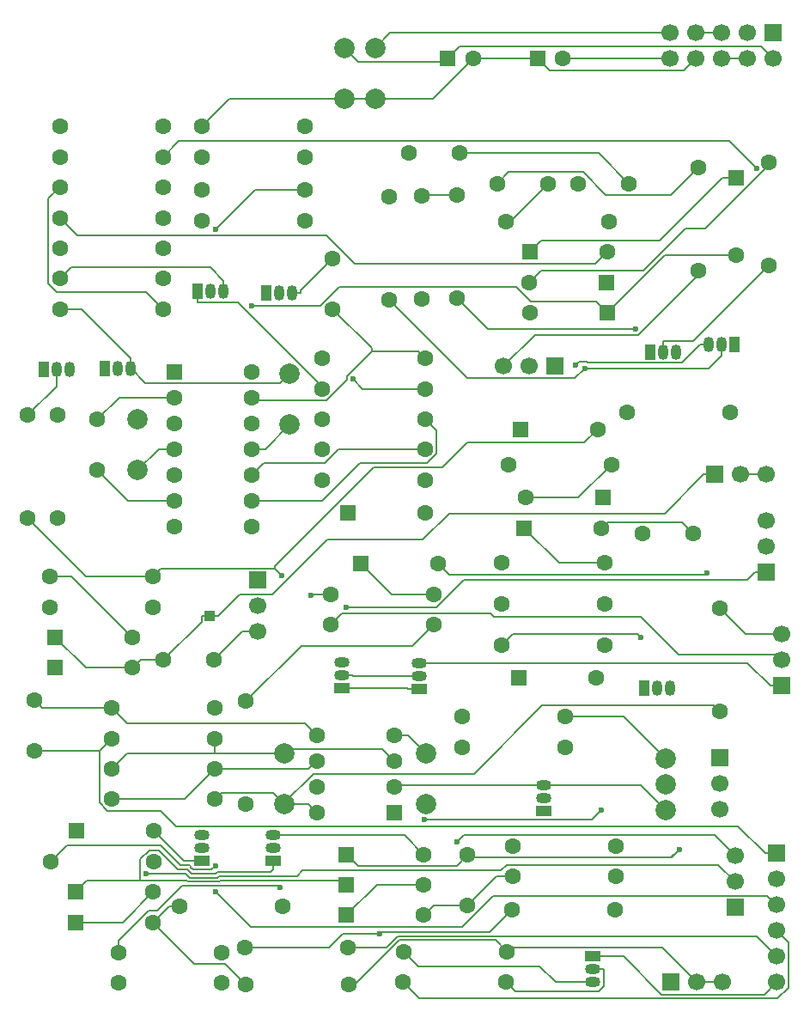
<source format=gbr>
%TF.GenerationSoftware,KiCad,Pcbnew,9.0.5*%
%TF.CreationDate,2025-10-12T14:47:24+02:00*%
%TF.ProjectId,11_fm_drum,31315f66-6d5f-4647-9275-6d2e6b696361,rev?*%
%TF.SameCoordinates,Original*%
%TF.FileFunction,Copper,L2,Bot*%
%TF.FilePolarity,Positive*%
%FSLAX46Y46*%
G04 Gerber Fmt 4.6, Leading zero omitted, Abs format (unit mm)*
G04 Created by KiCad (PCBNEW 9.0.5) date 2025-10-12 14:47:24*
%MOMM*%
%LPD*%
G01*
G04 APERTURE LIST*
G04 Aperture macros list*
%AMRoundRect*
0 Rectangle with rounded corners*
0 $1 Rounding radius*
0 $2 $3 $4 $5 $6 $7 $8 $9 X,Y pos of 4 corners*
0 Add a 4 corners polygon primitive as box body*
4,1,4,$2,$3,$4,$5,$6,$7,$8,$9,$2,$3,0*
0 Add four circle primitives for the rounded corners*
1,1,$1+$1,$2,$3*
1,1,$1+$1,$4,$5*
1,1,$1+$1,$6,$7*
1,1,$1+$1,$8,$9*
0 Add four rect primitives between the rounded corners*
20,1,$1+$1,$2,$3,$4,$5,0*
20,1,$1+$1,$4,$5,$6,$7,0*
20,1,$1+$1,$6,$7,$8,$9,0*
20,1,$1+$1,$8,$9,$2,$3,0*%
G04 Aperture macros list end*
%TA.AperFunction,ComponentPad*%
%ADD10C,1.600000*%
%TD*%
%TA.AperFunction,ComponentPad*%
%ADD11O,1.500000X1.050000*%
%TD*%
%TA.AperFunction,ComponentPad*%
%ADD12R,1.500000X1.050000*%
%TD*%
%TA.AperFunction,ComponentPad*%
%ADD13RoundRect,0.250000X-0.550000X-0.550000X0.550000X-0.550000X0.550000X0.550000X-0.550000X0.550000X0*%
%TD*%
%TA.AperFunction,ComponentPad*%
%ADD14C,1.700000*%
%TD*%
%TA.AperFunction,ComponentPad*%
%ADD15R,1.700000X1.700000*%
%TD*%
%TA.AperFunction,ComponentPad*%
%ADD16O,1.050000X1.500000*%
%TD*%
%TA.AperFunction,ComponentPad*%
%ADD17R,1.050000X1.500000*%
%TD*%
%TA.AperFunction,ComponentPad*%
%ADD18C,2.000000*%
%TD*%
%TA.AperFunction,ComponentPad*%
%ADD19RoundRect,0.250000X0.550000X0.550000X-0.550000X0.550000X-0.550000X-0.550000X0.550000X-0.550000X0*%
%TD*%
%TA.AperFunction,ComponentPad*%
%ADD20RoundRect,0.250000X-0.550000X0.550000X-0.550000X-0.550000X0.550000X-0.550000X0.550000X0.550000X0*%
%TD*%
%TA.AperFunction,SMDPad,CuDef*%
%ADD21R,1.000000X1.000000*%
%TD*%
%TA.AperFunction,ViaPad*%
%ADD22C,0.600000*%
%TD*%
%TA.AperFunction,Conductor*%
%ADD23C,0.200000*%
%TD*%
G04 APERTURE END LIST*
D10*
%TO.P,C14,1*%
%TO.N,Net-(Q9-B)*%
X177040000Y-38360000D03*
%TO.P,C14,2*%
%TO.N,Net-(C12-Pad1)*%
X182040000Y-38360000D03*
%TD*%
%TO.P,C12,1*%
%TO.N,Net-(C12-Pad1)*%
X165350000Y-35360000D03*
%TO.P,C12,2*%
%TO.N,Net-(Q7-C)*%
X160350000Y-35360000D03*
%TD*%
D11*
%TO.P,Q1,3,E*%
%TO.N,Net-(Q1-E)*%
X139918000Y-102616000D03*
%TO.P,Q1,2,B*%
%TO.N,Net-(D3-A)*%
X139918000Y-103886000D03*
D12*
%TO.P,Q1,1,C*%
%TO.N,GND*%
X139918000Y-105156000D03*
%TD*%
D10*
%TO.P,C2,2*%
%TO.N,GND*%
X166678600Y-26000000D03*
D13*
%TO.P,C2,1*%
%TO.N,+12V*%
X164178600Y-26000000D03*
%TD*%
D10*
%TO.P,R29,2*%
%TO.N,Net-(U2B-+)*%
X136080000Y-47750000D03*
%TO.P,R29,1*%
%TO.N,GND*%
X125920000Y-47750000D03*
%TD*%
%TO.P,C1,1*%
%TO.N,gate in*%
X123412000Y-94290000D03*
%TO.P,C1,2*%
%TO.N,Net-(D2-K)*%
X123412000Y-89290000D03*
%TD*%
%TO.P,R21,2*%
%TO.N,Net-(Q7-B)*%
X195800000Y-46445000D03*
%TO.P,R21,1*%
%TO.N,Net-(D13-A)*%
X195800000Y-36285000D03*
%TD*%
%TO.P,R41,2*%
%TO.N,Net-(U2C-+)*%
X161925000Y-67595000D03*
%TO.P,R41,1*%
%TO.N,GND*%
X151765000Y-67595000D03*
%TD*%
D14*
%TO.P,RV1,3,3*%
%TO.N,GND*%
X191008000Y-100076000D03*
%TO.P,RV1,2,2*%
%TO.N,Net-(D7-A)*%
X191008000Y-97536000D03*
D15*
%TO.P,RV1,1,1*%
%TO.N,tune cv*%
X191008000Y-94996000D03*
%TD*%
D11*
%TO.P,Q13,3,E*%
%TO.N,Net-(Q13-E)*%
X178456000Y-117094000D03*
%TO.P,Q13,2,B*%
%TO.N,Net-(D17-A)*%
X178456000Y-115824000D03*
D12*
%TO.P,Q13,1,C*%
%TO.N,GND*%
X178456000Y-114554000D03*
%TD*%
D13*
%TO.P,D1,1,K*%
%TO.N,Net-(D1-K)*%
X125476000Y-83106000D03*
D10*
%TO.P,D1,2,A*%
%TO.N,Net-(D1-A)*%
X133096000Y-83106000D03*
%TD*%
%TO.P,R33,2*%
%TO.N,tune 2*%
X144272000Y-89408000D03*
%TO.P,R33,1*%
%TO.N,Net-(SW1-B)*%
X144272000Y-99568000D03*
%TD*%
%TO.P,R50,2*%
%TO.N,square 2*%
X139920000Y-35750000D03*
%TO.P,R50,1*%
%TO.N,Net-(U2D-+)*%
X150080000Y-35750000D03*
%TD*%
D16*
%TO.P,Q6,3,E*%
%TO.N,GND*%
X132875000Y-56610000D03*
%TO.P,Q6,2,B*%
%TO.N,Net-(Q6-B)*%
X131605000Y-56610000D03*
D17*
%TO.P,Q6,1,C*%
%TO.N,Net-(Q6-C)*%
X130335000Y-56610000D03*
%TD*%
D14*
%TO.P,RV7,3,3*%
%TO.N,Net-(R49-Pad2)*%
X191262000Y-117094000D03*
%TO.P,RV7,2,2*%
X188722000Y-117094000D03*
D15*
%TO.P,RV7,1,1*%
%TO.N,Net-(D16-K)*%
X186182000Y-117094000D03*
%TD*%
D10*
%TO.P,D4,2,A*%
%TO.N,GND*%
X135122000Y-111188000D03*
D13*
%TO.P,D4,1,K*%
%TO.N,Net-(D3-A)*%
X127502000Y-111188000D03*
%TD*%
D10*
%TO.P,C17,2*%
%TO.N,Net-(Q11-E)*%
X152830000Y-45750000D03*
%TO.P,C17,1*%
%TO.N,triangle 2*%
X152830000Y-50750000D03*
%TD*%
%TO.P,R6,2*%
%TO.N,Net-(D3-A)*%
X135202000Y-105188000D03*
%TO.P,R6,1*%
%TO.N,accent cv*%
X125042000Y-105188000D03*
%TD*%
D16*
%TO.P,Q11,3,E*%
%TO.N,Net-(Q11-E)*%
X148850000Y-49110000D03*
%TO.P,Q11,2,B*%
%TO.N,Net-(Q11-B)*%
X147580000Y-49110000D03*
D17*
%TO.P,Q11,1,C*%
%TO.N,Net-(Q11-C)*%
X146310000Y-49110000D03*
%TD*%
D18*
%TO.P,C8,2*%
%TO.N,-12V*%
X148595000Y-62095000D03*
%TO.P,C8,1*%
%TO.N,GND*%
X148595000Y-57095000D03*
%TD*%
D10*
%TO.P,R10,2*%
%TO.N,Net-(Q2-B)*%
X131726000Y-114140000D03*
%TO.P,R10,1*%
%TO.N,Net-(Q1-E)*%
X141886000Y-114140000D03*
%TD*%
%TO.P,C4,2*%
%TO.N,GND*%
X141149200Y-85321000D03*
%TO.P,C4,1*%
%TO.N,Net-(D1-K)*%
X136149200Y-85321000D03*
%TD*%
%TO.P,R7,2*%
%TO.N,Net-(R7-Pad2)*%
X192024000Y-60960000D03*
%TO.P,R7,1*%
%TO.N,GND*%
X181864000Y-60960000D03*
%TD*%
%TO.P,R44,2*%
%TO.N,square 2*%
X139920000Y-39000000D03*
%TO.P,R44,1*%
%TO.N,Net-(Q10-B)*%
X150080000Y-39000000D03*
%TD*%
D18*
%TO.P,C10,2*%
%TO.N,-12V*%
X162052000Y-94528000D03*
%TO.P,C10,1*%
%TO.N,GND*%
X162052000Y-99528000D03*
%TD*%
D10*
%TO.P,R22,2*%
%TO.N,Net-(Q8-E)*%
X125920000Y-32750000D03*
%TO.P,R22,1*%
%TO.N,Net-(Q6-C)*%
X136080000Y-32750000D03*
%TD*%
%TO.P,R37,2*%
%TO.N,Net-(Q12-C)*%
X180768000Y-103662000D03*
%TO.P,R37,1*%
%TO.N,Net-(SW2-B)*%
X170608000Y-103662000D03*
%TD*%
%TO.P,R3,1*%
%TO.N,trigger*%
X135096000Y-77106000D03*
%TO.P,R3,2*%
%TO.N,Net-(D1-A)*%
X124936000Y-77106000D03*
%TD*%
%TO.P,C11,2*%
%TO.N,GND*%
X188355000Y-72860000D03*
%TO.P,C11,1*%
%TO.N,Net-(D6-K)*%
X183355000Y-72860000D03*
%TD*%
%TO.P,R18,2*%
%TO.N,tune 2*%
X162765000Y-81840000D03*
%TO.P,R18,1*%
%TO.N,Net-(R18-Pad1)*%
X152605000Y-81840000D03*
%TD*%
%TO.P,C15,2*%
%TO.N,Net-(Q9-E)*%
X174040000Y-38360000D03*
%TO.P,C15,1*%
%TO.N,Net-(C15-Pad1)*%
X169040000Y-38360000D03*
%TD*%
%TO.P,R42,2*%
%TO.N,Net-(Q12-B)*%
X175768000Y-93932000D03*
%TO.P,R42,1*%
%TO.N,Net-(D16-K)*%
X165608000Y-93932000D03*
%TD*%
%TO.P,R34,2*%
%TO.N,pulse*%
X188850000Y-46940000D03*
%TO.P,R34,1*%
%TO.N,Net-(C15-Pad1)*%
X188850000Y-36780000D03*
%TD*%
%TO.P,R39,2*%
%TO.N,Net-(Q11-B)*%
X150080000Y-42000000D03*
%TO.P,R39,1*%
%TO.N,trigger*%
X139920000Y-42000000D03*
%TD*%
%TO.P,R43,2*%
%TO.N,Net-(D17-A)*%
X169926000Y-117094000D03*
%TO.P,R43,1*%
%TO.N,decay cv*%
X159766000Y-117094000D03*
%TD*%
%TO.P,C3,2*%
%TO.N,-12V*%
X175500000Y-26000000D03*
D13*
%TO.P,C3,1*%
%TO.N,GND*%
X173000000Y-26000000D03*
%TD*%
D10*
%TO.P,D2,2,A*%
%TO.N,GND*%
X135202000Y-102188000D03*
D13*
%TO.P,D2,1,K*%
%TO.N,Net-(D2-K)*%
X127582000Y-102188000D03*
%TD*%
D10*
%TO.P,D7,2,A*%
%TO.N,Net-(D7-A)*%
X163225000Y-75840000D03*
D13*
%TO.P,D7,1,K*%
%TO.N,Net-(D7-K)*%
X155605000Y-75840000D03*
%TD*%
D10*
%TO.P,R4,2*%
%TO.N,Net-(D2-K)*%
X131064000Y-90060000D03*
%TO.P,R4,1*%
%TO.N,GND*%
X141224000Y-90060000D03*
%TD*%
%TO.P,R13,2*%
%TO.N,Net-(Q4-C)*%
X179605000Y-79810000D03*
%TO.P,R13,1*%
%TO.N,triangle 2*%
X169445000Y-79810000D03*
%TD*%
%TO.P,R31,2*%
%TO.N,Net-(Q9-E)*%
X161600000Y-49770000D03*
%TO.P,R31,1*%
%TO.N,-12V*%
X161600000Y-39610000D03*
%TD*%
%TO.P,R52,2*%
%TO.N,out*%
X154352000Y-113696000D03*
%TO.P,R52,1*%
%TO.N,Net-(R48-Pad2)*%
X144192000Y-113696000D03*
%TD*%
D14*
%TO.P,SW2,3,C*%
%TO.N,pulse*%
X169672000Y-56388000D03*
%TO.P,SW2,2,B*%
%TO.N,Net-(SW2-B)*%
X172212000Y-56388000D03*
D15*
%TO.P,SW2,1,A*%
%TO.N,sine*%
X174752000Y-56388000D03*
%TD*%
D10*
%TO.P,D3,2,A*%
%TO.N,Net-(D3-A)*%
X135122000Y-108188000D03*
D13*
%TO.P,D3,1,K*%
%TO.N,+12V*%
X127502000Y-108188000D03*
%TD*%
D10*
%TO.P,R11,2*%
%TO.N,accented trigger*%
X147902000Y-109616000D03*
%TO.P,R11,1*%
%TO.N,GND*%
X137742000Y-109616000D03*
%TD*%
D18*
%TO.P,C9,2*%
%TO.N,GND*%
X148052000Y-94528000D03*
%TO.P,C9,1*%
%TO.N,+12V*%
X148052000Y-99528000D03*
%TD*%
D10*
%TO.P,R28,2*%
%TO.N,Net-(C12-Pad1)*%
X180040000Y-42110000D03*
%TO.P,R28,1*%
%TO.N,Net-(Q9-E)*%
X169880000Y-42110000D03*
%TD*%
%TO.P,R9,1*%
%TO.N,Net-(D5-K)*%
X135096000Y-80106000D03*
%TO.P,R9,2*%
%TO.N,Net-(R9-Pad2)*%
X124936000Y-80106000D03*
%TD*%
D11*
%TO.P,Q12,3,E*%
%TO.N,Net-(Q12-E)*%
X173608000Y-97662000D03*
%TO.P,Q12,2,B*%
%TO.N,Net-(Q12-B)*%
X173608000Y-98932000D03*
D12*
%TO.P,Q12,1,C*%
%TO.N,Net-(Q12-C)*%
X173608000Y-100202000D03*
%TD*%
D10*
%TO.P,D15,2,A*%
%TO.N,tune 2*%
X161905000Y-70845000D03*
D13*
%TO.P,D15,1,K*%
%TO.N,Net-(D15-K)*%
X154285000Y-70845000D03*
%TD*%
D16*
%TO.P,Q7,3,E*%
%TO.N,Net-(D11-K)*%
X186690000Y-54970000D03*
%TO.P,Q7,2,B*%
%TO.N,Net-(Q7-B)*%
X185420000Y-54970000D03*
D17*
%TO.P,Q7,1,C*%
%TO.N,Net-(Q7-C)*%
X184150000Y-54970000D03*
%TD*%
D10*
%TO.P,R5,2*%
%TO.N,+12V*%
X141224000Y-99060000D03*
%TO.P,R5,1*%
%TO.N,Net-(U1B--)*%
X131064000Y-99060000D03*
%TD*%
%TO.P,D6,2,A*%
%TO.N,accented trigger*%
X178775000Y-87060000D03*
D13*
%TO.P,D6,1,K*%
%TO.N,Net-(D6-K)*%
X171155000Y-87060000D03*
%TD*%
D10*
%TO.P,R49,2*%
%TO.N,Net-(R49-Pad2)*%
X170006000Y-114094000D03*
%TO.P,R49,1*%
%TO.N,Net-(Q13-E)*%
X159846000Y-114094000D03*
%TD*%
%TO.P,D16,2,A*%
%TO.N,accented trigger*%
X161801000Y-104486000D03*
D13*
%TO.P,D16,1,K*%
%TO.N,Net-(D16-K)*%
X154181000Y-104486000D03*
%TD*%
D10*
%TO.P,R48,2*%
%TO.N,Net-(R48-Pad2)*%
X170528000Y-109932000D03*
%TO.P,R48,1*%
%TO.N,Net-(Q12-E)*%
X180688000Y-109932000D03*
%TD*%
%TO.P,R32,2*%
%TO.N,square 1*%
X125920000Y-44750000D03*
%TO.P,R32,1*%
%TO.N,Net-(U2B-+)*%
X136080000Y-44750000D03*
%TD*%
%TO.P,R30,2*%
%TO.N,Net-(Q9-B)*%
X158350000Y-49860000D03*
%TO.P,R30,1*%
%TO.N,GND*%
X158350000Y-39700000D03*
%TD*%
%TO.P,D10,2,A*%
%TO.N,GND*%
X179335000Y-72310000D03*
D13*
%TO.P,D10,1,K*%
%TO.N,sine*%
X171715000Y-72310000D03*
%TD*%
D10*
%TO.P,R2,2*%
%TO.N,Net-(U1B--)*%
X141224000Y-96060000D03*
%TO.P,R2,1*%
%TO.N,GND*%
X131064000Y-96060000D03*
%TD*%
%TO.P,D18,2,A*%
%TO.N,GND*%
X161801000Y-110486000D03*
D13*
%TO.P,D18,1,K*%
%TO.N,Net-(D17-A)*%
X154181000Y-110486000D03*
%TD*%
D10*
%TO.P,R17,2*%
%TO.N,Net-(R17-Pad2)*%
X191008000Y-80264000D03*
%TO.P,R17,1*%
%TO.N,+12V*%
X191008000Y-90424000D03*
%TD*%
%TO.P,R35,2*%
%TO.N,Net-(Q11-E)*%
X161925000Y-61595000D03*
%TO.P,R35,1*%
%TO.N,Net-(D15-K)*%
X151765000Y-61595000D03*
%TD*%
%TO.P,D9,2,A*%
%TO.N,sine*%
X171835000Y-69310000D03*
D19*
%TO.P,D9,1,K*%
%TO.N,GND*%
X179455000Y-69310000D03*
%TD*%
D14*
%TO.P,RV2,3,3*%
%TO.N,tune 2*%
X192532000Y-104648000D03*
%TO.P,RV2,2,2*%
%TO.N,Net-(R9-Pad2)*%
X192532000Y-107188000D03*
D15*
%TO.P,RV2,1,1*%
X192532000Y-109728000D03*
%TD*%
D13*
%TO.P,D5,1,K*%
%TO.N,Net-(D5-K)*%
X125476000Y-86106000D03*
D10*
%TO.P,D5,2,A*%
%TO.N,Net-(D1-K)*%
X133096000Y-86106000D03*
%TD*%
D11*
%TO.P,Q5,3,E*%
%TO.N,Net-(Q5-E)*%
X161335000Y-85640000D03*
%TO.P,Q5,2,B*%
%TO.N,Net-(D7-K)*%
X161335000Y-86910000D03*
D12*
%TO.P,Q5,1,C*%
%TO.N,GND*%
X161335000Y-88180000D03*
%TD*%
D10*
%TO.P,R1,2*%
%TO.N,gate in*%
X131064000Y-93060000D03*
%TO.P,R1,1*%
%TO.N,GND*%
X141224000Y-93060000D03*
%TD*%
D11*
%TO.P,Q2,3,E*%
%TO.N,accented trigger*%
X146918000Y-102616000D03*
%TO.P,Q2,2,B*%
%TO.N,Net-(Q2-B)*%
X146918000Y-103886000D03*
D12*
%TO.P,Q2,1,C*%
%TO.N,+12V*%
X146918000Y-105156000D03*
%TD*%
D16*
%TO.P,Q9,3,E*%
%TO.N,Net-(Q9-E)*%
X189865000Y-54250000D03*
%TO.P,Q9,2,B*%
%TO.N,Net-(Q9-B)*%
X191135000Y-54250000D03*
D17*
%TO.P,Q9,1,C*%
%TO.N,+12V*%
X192405000Y-54250000D03*
%TD*%
D10*
%TO.P,R47,2*%
%TO.N,Net-(U2D-+)*%
X150080000Y-32750000D03*
%TO.P,R47,1*%
%TO.N,GND*%
X139920000Y-32750000D03*
%TD*%
%TO.P,R23,2*%
%TO.N,Net-(Q8-B)*%
X122730000Y-61214000D03*
%TO.P,R23,1*%
%TO.N,trigger*%
X122730000Y-71374000D03*
%TD*%
%TO.P,R8,2*%
%TO.N,Net-(Q2-B)*%
X131726000Y-117140000D03*
%TO.P,R8,1*%
%TO.N,trigger*%
X141886000Y-117140000D03*
%TD*%
D14*
%TO.P,RV3,3,3*%
%TO.N,Net-(R7-Pad2)*%
X195580000Y-67056000D03*
%TO.P,RV3,2,2*%
X193040000Y-67056000D03*
D15*
%TO.P,RV3,1,1*%
%TO.N,Net-(D1-K)*%
X190500000Y-67056000D03*
%TD*%
D14*
%TO.P,RV4,3,3*%
%TO.N,+12V*%
X195580000Y-71628000D03*
%TO.P,RV4,2,2*%
%TO.N,tune 1*%
X195580000Y-74168000D03*
D15*
%TO.P,RV4,1,1*%
%TO.N,Net-(Q3-E)*%
X195580000Y-76708000D03*
%TD*%
D10*
%TO.P,C13,2*%
%TO.N,Net-(Q8-E)*%
X129605000Y-61610000D03*
%TO.P,C13,1*%
%TO.N,Net-(SW1-A)*%
X129605000Y-66610000D03*
%TD*%
%TO.P,R20,2*%
%TO.N,Net-(U2A-+)*%
X125920000Y-38750000D03*
%TO.P,R20,1*%
%TO.N,tune 1*%
X136080000Y-38750000D03*
%TD*%
%TO.P,C16,2*%
%TO.N,GND*%
X166119000Y-109526000D03*
%TO.P,C16,1*%
%TO.N,Net-(D16-K)*%
X166119000Y-104526000D03*
%TD*%
D11*
%TO.P,Q3,3,E*%
%TO.N,Net-(Q3-E)*%
X153715000Y-85590000D03*
%TO.P,Q3,2,B*%
%TO.N,Net-(D7-K)*%
X153715000Y-86860000D03*
D12*
%TO.P,Q3,1,C*%
%TO.N,GND*%
X153715000Y-88130000D03*
%TD*%
D10*
%TO.P,U2,14*%
%TO.N,square 2*%
X144855000Y-56910000D03*
%TO.P,U2,13,-*%
%TO.N,triangle 2*%
X144855000Y-59450000D03*
%TO.P,U2,12,+*%
%TO.N,Net-(U2D-+)*%
X144855000Y-61990000D03*
%TO.P,U2,11,V-*%
%TO.N,-12V*%
X144855000Y-64530000D03*
%TO.P,U2,10,+*%
%TO.N,Net-(U2C-+)*%
X144855000Y-67070000D03*
%TO.P,U2,9,-*%
%TO.N,Net-(Q11-E)*%
X144855000Y-69610000D03*
%TO.P,U2,8*%
%TO.N,triangle 2*%
X144855000Y-72150000D03*
%TO.P,U2,7*%
%TO.N,square 1*%
X137235000Y-72150000D03*
%TO.P,U2,6,-*%
%TO.N,Net-(SW1-A)*%
X137235000Y-69610000D03*
%TO.P,U2,5,+*%
%TO.N,Net-(U2B-+)*%
X137235000Y-67070000D03*
%TO.P,U2,4,V+*%
%TO.N,+12V*%
X137235000Y-64530000D03*
%TO.P,U2,3,+*%
%TO.N,Net-(U2A-+)*%
X137235000Y-61990000D03*
%TO.P,U2,2,-*%
%TO.N,Net-(Q8-E)*%
X137235000Y-59450000D03*
D13*
%TO.P,U2,1*%
%TO.N,Net-(SW1-A)*%
X137235000Y-56910000D03*
%TD*%
D10*
%TO.P,R27,2*%
%TO.N,Net-(SW1-A)*%
X125730000Y-61214000D03*
%TO.P,R27,1*%
%TO.N,Net-(Q8-C)*%
X125730000Y-71374000D03*
%TD*%
%TO.P,R25,2*%
%TO.N,Net-(Q7-C)*%
X165100000Y-49690000D03*
%TO.P,R25,1*%
%TO.N,-12V*%
X165100000Y-39530000D03*
%TD*%
D16*
%TO.P,Q8,3,E*%
%TO.N,Net-(Q8-E)*%
X126855000Y-56720000D03*
%TO.P,Q8,2,B*%
%TO.N,Net-(Q8-B)*%
X125585000Y-56720000D03*
D17*
%TO.P,Q8,1,C*%
%TO.N,Net-(Q8-C)*%
X124315000Y-56720000D03*
%TD*%
D10*
%TO.P,R26,2*%
%TO.N,square 1*%
X125920000Y-41750000D03*
%TO.P,R26,1*%
%TO.N,Net-(Q6-B)*%
X136080000Y-41750000D03*
%TD*%
%TO.P,U1,8,V+*%
%TO.N,+12V*%
X151242000Y-100338000D03*
%TO.P,U1,7*%
%TO.N,trigger*%
X151242000Y-97798000D03*
%TO.P,U1,6,-*%
%TO.N,Net-(U1B--)*%
X151242000Y-95258000D03*
%TO.P,U1,5,+*%
%TO.N,Net-(D2-K)*%
X151242000Y-92718000D03*
%TO.P,U1,4,V-*%
%TO.N,-12V*%
X158862000Y-92718000D03*
%TO.P,U1,3,+*%
%TO.N,GND*%
X158862000Y-95258000D03*
%TO.P,U1,2,-*%
%TO.N,Net-(Q12-E)*%
X158862000Y-97798000D03*
D19*
%TO.P,U1,1*%
%TO.N,Net-(R48-Pad2)*%
X158862000Y-100338000D03*
%TD*%
D10*
%TO.P,R12,2*%
%TO.N,sine*%
X179605000Y-75760000D03*
%TO.P,R12,1*%
%TO.N,triangle 2*%
X169445000Y-75760000D03*
%TD*%
D18*
%TO.P,C5,2*%
%TO.N,GND*%
X154000000Y-30000000D03*
%TO.P,C5,1*%
%TO.N,+12V*%
X154000000Y-25000000D03*
%TD*%
D10*
%TO.P,R15,2*%
%TO.N,Net-(D7-K)*%
X162765000Y-78840000D03*
%TO.P,R15,1*%
%TO.N,-12V*%
X152605000Y-78840000D03*
%TD*%
%TO.P,D11,2,A*%
%TO.N,square 1*%
X179850000Y-45110000D03*
D13*
%TO.P,D11,1,K*%
%TO.N,Net-(D11-K)*%
X172230000Y-45110000D03*
%TD*%
D14*
%TO.P,RV5,3,3*%
%TO.N,Net-(R17-Pad2)*%
X197104000Y-82804000D03*
%TO.P,RV5,2,2*%
%TO.N,Net-(R18-Pad1)*%
X197104000Y-85344000D03*
D15*
%TO.P,RV5,1,1*%
%TO.N,Net-(Q5-E)*%
X197104000Y-87884000D03*
%TD*%
D10*
%TO.P,D8,2,A*%
%TO.N,trigger*%
X178915000Y-62610000D03*
D13*
%TO.P,D8,1,K*%
%TO.N,Net-(D8-K)*%
X171295000Y-62610000D03*
%TD*%
D16*
%TO.P,Q10,3,E*%
%TO.N,GND*%
X142080000Y-49000000D03*
%TO.P,Q10,2,B*%
%TO.N,Net-(Q10-B)*%
X140810000Y-49000000D03*
D17*
%TO.P,Q10,1,C*%
%TO.N,Net-(Q10-C)*%
X139540000Y-49000000D03*
%TD*%
D10*
%TO.P,D13,2,A*%
%TO.N,Net-(D13-A)*%
X172170000Y-48110000D03*
D19*
%TO.P,D13,1,K*%
%TO.N,square 1*%
X179790000Y-48110000D03*
%TD*%
D16*
%TO.P,Q4,3,E*%
%TO.N,sine*%
X186105000Y-88110000D03*
%TO.P,Q4,2,B*%
%TO.N,Net-(Q4-B)*%
X184835000Y-88110000D03*
D17*
%TO.P,Q4,1,C*%
%TO.N,Net-(Q4-C)*%
X183565000Y-88110000D03*
%TD*%
D14*
%TO.P,J1,10,Pin_10*%
%TO.N,-12V*%
X186055000Y-26035000D03*
%TO.P,J1,9,Pin_9*%
X186055000Y-23495000D03*
%TO.P,J1,8,Pin_8*%
%TO.N,GND*%
X188595000Y-26035000D03*
%TO.P,J1,7,Pin_7*%
X188595000Y-23495000D03*
%TO.P,J1,6,Pin_6*%
X191135000Y-26035000D03*
%TO.P,J1,5,Pin_5*%
X191135000Y-23495000D03*
%TO.P,J1,4,Pin_4*%
X193675000Y-26035000D03*
%TO.P,J1,3,Pin_3*%
X193675000Y-23495000D03*
%TO.P,J1,2,Pin_2*%
%TO.N,+12V*%
X196215000Y-26035000D03*
D15*
%TO.P,J1,1,Pin_1*%
X196215000Y-23495000D03*
%TD*%
D10*
%TO.P,R51,2*%
%TO.N,Net-(R49-Pad2)*%
X154432000Y-117348000D03*
%TO.P,R51,1*%
%TO.N,GND*%
X144272000Y-117348000D03*
%TD*%
%TO.P,R14,2*%
%TO.N,Net-(Q4-B)*%
X179605000Y-83860000D03*
%TO.P,R14,1*%
%TO.N,Net-(D6-K)*%
X169445000Y-83860000D03*
%TD*%
%TO.P,D14,2,A*%
%TO.N,Net-(D13-A)*%
X172290000Y-51110000D03*
D19*
%TO.P,D14,1,K*%
%TO.N,square 2*%
X179910000Y-51110000D03*
%TD*%
D18*
%TO.P,C6,2*%
%TO.N,-12V*%
X157000000Y-25000000D03*
%TO.P,C6,1*%
%TO.N,GND*%
X157000000Y-30000000D03*
%TD*%
D10*
%TO.P,R40,2*%
%TO.N,Net-(Q12-C)*%
X180768000Y-106662000D03*
%TO.P,R40,1*%
%TO.N,GND*%
X170608000Y-106662000D03*
%TD*%
%TO.P,D12,2,A*%
%TO.N,square 2*%
X192550000Y-45425000D03*
D20*
%TO.P,D12,1,K*%
%TO.N,Net-(D11-K)*%
X192550000Y-37805000D03*
%TD*%
D10*
%TO.P,R36,2*%
%TO.N,Net-(U2C-+)*%
X161925000Y-64595000D03*
%TO.P,R36,1*%
%TO.N,Net-(D15-K)*%
X151765000Y-64595000D03*
%TD*%
%TO.P,D17,2,A*%
%TO.N,Net-(D17-A)*%
X161801000Y-107486000D03*
D13*
%TO.P,D17,1,K*%
%TO.N,+12V*%
X154181000Y-107486000D03*
%TD*%
D10*
%TO.P,R24,2*%
%TO.N,Net-(U2A-+)*%
X136080000Y-50750000D03*
%TO.P,R24,1*%
%TO.N,GND*%
X125920000Y-50750000D03*
%TD*%
D14*
%TO.P,J2,6,Pin_6*%
%TO.N,GND*%
X196596000Y-117094000D03*
%TO.P,J2,5,Pin_5*%
%TO.N,out*%
X196596000Y-114554000D03*
%TO.P,J2,4,Pin_4*%
%TO.N,decay cv*%
X196596000Y-112014000D03*
%TO.P,J2,3,Pin_3*%
%TO.N,accent cv*%
X196596000Y-109474000D03*
%TO.P,J2,2,Pin_2*%
%TO.N,tune cv*%
X196596000Y-106934000D03*
D15*
%TO.P,J2,1,Pin_1*%
%TO.N,gate in*%
X196596000Y-104394000D03*
%TD*%
D10*
%TO.P,R38,2*%
%TO.N,Net-(Q11-E)*%
X161925000Y-58595000D03*
%TO.P,R38,1*%
%TO.N,Net-(Q10-C)*%
X151765000Y-58595000D03*
%TD*%
%TO.P,R19,2*%
%TO.N,Net-(Q8-E)*%
X125920000Y-35750000D03*
%TO.P,R19,1*%
%TO.N,tune 1*%
X136080000Y-35750000D03*
%TD*%
D14*
%TO.P,SW1,3,C*%
%TO.N,GND*%
X145415000Y-82550000D03*
%TO.P,SW1,2,B*%
%TO.N,Net-(SW1-B)*%
X145415000Y-80010000D03*
D15*
%TO.P,SW1,1,A*%
%TO.N,Net-(SW1-A)*%
X145415000Y-77470000D03*
%TD*%
D10*
%TO.P,R16,2*%
%TO.N,sine*%
X180275000Y-66060000D03*
%TO.P,R16,1*%
%TO.N,Net-(D8-K)*%
X170115000Y-66060000D03*
%TD*%
%TO.P,R46,2*%
%TO.N,triangle 2*%
X161925000Y-55595000D03*
%TO.P,R46,1*%
%TO.N,Net-(Q11-C)*%
X151765000Y-55595000D03*
%TD*%
%TO.P,R45,2*%
%TO.N,Net-(R45-Pad2)*%
X175768000Y-90932000D03*
%TO.P,R45,1*%
%TO.N,Net-(D16-K)*%
X165608000Y-90932000D03*
%TD*%
D18*
%TO.P,RV6,3,3*%
%TO.N,Net-(R45-Pad2)*%
X185605000Y-95030000D03*
%TO.P,RV6,2,2*%
X185605000Y-97570000D03*
%TO.P,RV6,1,1*%
%TO.N,Net-(Q12-E)*%
X185605000Y-100110000D03*
%TD*%
D21*
%TO.P,TP1,1,1*%
%TO.N,Net-(D1-K)*%
X140716000Y-81026000D03*
%TD*%
D18*
%TO.P,C7,2*%
%TO.N,GND*%
X133605000Y-61610000D03*
%TO.P,C7,1*%
%TO.N,+12V*%
X133605000Y-66610000D03*
%TD*%
D22*
%TO.N,Net-(R48-Pad2)*%
X157424100Y-112338100D03*
%TO.N,Net-(R9-Pad2)*%
X134458000Y-106426200D03*
%TO.N,tune 1*%
X194579000Y-36907100D03*
%TO.N,Net-(Q11-E)*%
X154832500Y-57643300D03*
%TO.N,Net-(Q10-B)*%
X141295000Y-42855200D03*
%TO.N,Net-(Q9-B)*%
X177650500Y-56584900D03*
%TO.N,Net-(Q7-C)*%
X182673500Y-52711800D03*
%TO.N,Net-(Q3-E)*%
X154112200Y-80125800D03*
%TO.N,Net-(Q2-B)*%
X147644700Y-107747400D03*
%TO.N,accent cv*%
X141239400Y-108191300D03*
X141239400Y-105623600D03*
%TO.N,square 2*%
X144855000Y-50390300D03*
%TO.N,Net-(D6-K)*%
X183192600Y-83074500D03*
%TO.N,trigger*%
X147775000Y-76980600D03*
%TO.N,accented trigger*%
X179273200Y-100163600D03*
X161818800Y-101082100D03*
%TO.N,tune 2*%
X165063300Y-103247500D03*
%TO.N,Net-(D7-A)*%
X189704400Y-76789200D03*
%TO.N,-12V*%
X150644300Y-78944800D03*
%TO.N,Net-(D16-K)*%
X186962100Y-104011400D03*
%TO.N,Net-(Q9-E)*%
X176737700Y-56297700D03*
%TD*%
D23*
%TO.N,Net-(U1B--)*%
X150440000Y-96060000D02*
X151242000Y-95258000D01*
X141224000Y-96060000D02*
X150440000Y-96060000D01*
X138224000Y-99060000D02*
X131064000Y-99060000D01*
X141224000Y-96060000D02*
X138224000Y-99060000D01*
%TO.N,Net-(R48-Pad2)*%
X152490300Y-113696000D02*
X153681900Y-112504400D01*
X144192000Y-113696000D02*
X152490300Y-113696000D01*
X153848200Y-112338100D02*
X157424100Y-112338100D01*
X153681900Y-112504400D02*
X153848200Y-112338100D01*
X153681900Y-112504400D02*
X153848200Y-112338100D01*
X168322100Y-112137900D02*
X170528000Y-109932000D01*
X157624300Y-112137900D02*
X168322100Y-112137900D01*
X157424100Y-112338100D02*
X157624300Y-112137900D01*
%TO.N,Net-(R45-Pad2)*%
X181507000Y-90932000D02*
X185605000Y-95030000D01*
X175768000Y-90932000D02*
X181507000Y-90932000D01*
%TO.N,Net-(R49-Pad2)*%
X188722000Y-117094000D02*
X191262000Y-117094000D01*
X185316800Y-113688800D02*
X188722000Y-117094000D01*
X170411200Y-113688800D02*
X185316800Y-113688800D01*
X170006000Y-114094000D02*
X170411200Y-113688800D01*
X168853300Y-112941300D02*
X170006000Y-114094000D01*
X159434600Y-112941300D02*
X168853300Y-112941300D01*
X155027900Y-117348000D02*
X159434600Y-112941300D01*
X154432000Y-117348000D02*
X155027900Y-117348000D01*
%TO.N,Net-(U2C-+)*%
X146030000Y-65895000D02*
X144855000Y-67070000D01*
X152051200Y-65895000D02*
X146030000Y-65895000D01*
X153351200Y-64595000D02*
X152051200Y-65895000D01*
X161925000Y-64595000D02*
X153351200Y-64595000D01*
%TO.N,Net-(U2A-+)*%
X134384200Y-49054200D02*
X136080000Y-50750000D01*
X125610700Y-49054200D02*
X134384200Y-49054200D01*
X124799200Y-48242700D02*
X125610700Y-49054200D01*
X124799200Y-39870800D02*
X124799200Y-48242700D01*
X125920000Y-38750000D02*
X124799200Y-39870800D01*
%TO.N,pulse*%
X188850000Y-47386200D02*
X188850000Y-46940000D01*
X182922700Y-53313500D02*
X188850000Y-47386200D01*
X172746500Y-53313500D02*
X182922700Y-53313500D01*
X169672000Y-56388000D02*
X172746500Y-53313500D01*
%TO.N,Net-(R18-Pad1)*%
X196523100Y-84763100D02*
X197104000Y-85344000D01*
X186907400Y-84763100D02*
X196523100Y-84763100D01*
X183213800Y-81069500D02*
X186907400Y-84763100D01*
X168674500Y-81069500D02*
X183213800Y-81069500D01*
X168332500Y-80727500D02*
X168674500Y-81069500D01*
X153717500Y-80727500D02*
X168332500Y-80727500D01*
X152605000Y-81840000D02*
X153717500Y-80727500D01*
%TO.N,Net-(R17-Pad2)*%
X193548000Y-82804000D02*
X191008000Y-80264000D01*
X197104000Y-82804000D02*
X193548000Y-82804000D01*
%TO.N,Net-(R9-Pad2)*%
X190843500Y-105499500D02*
X192532000Y-107188000D01*
X169963400Y-105499500D02*
X190843500Y-105499500D01*
X169404800Y-106058100D02*
X169963400Y-105499500D01*
X149861800Y-106058100D02*
X169404800Y-106058100D01*
X149292900Y-106627000D02*
X149861800Y-106058100D01*
X141617500Y-106627000D02*
X149292900Y-106627000D01*
X141458400Y-106786100D02*
X141617500Y-106627000D01*
X138710400Y-106786100D02*
X141458400Y-106786100D01*
X138350500Y-106426200D02*
X138710400Y-106786100D01*
X134458000Y-106426200D02*
X138350500Y-106426200D01*
%TO.N,Net-(R7-Pad2)*%
X195580000Y-67056000D02*
X193040000Y-67056000D01*
%TO.N,Net-(Q13-E)*%
X174809800Y-117094000D02*
X178456000Y-117094000D01*
X173240700Y-115524900D02*
X174809800Y-117094000D01*
X161276900Y-115524900D02*
X173240700Y-115524900D01*
X159846000Y-114094000D02*
X161276900Y-115524900D01*
%TO.N,tune 1*%
X191878400Y-34206500D02*
X194579000Y-36907100D01*
X137623500Y-34206500D02*
X191878400Y-34206500D01*
X136080000Y-35750000D02*
X137623500Y-34206500D01*
%TO.N,Net-(Q12-E)*%
X183157000Y-97662000D02*
X173608000Y-97662000D01*
X185605000Y-100110000D02*
X183157000Y-97662000D01*
X158998000Y-97662000D02*
X158862000Y-97798000D01*
X173608000Y-97662000D02*
X158998000Y-97662000D01*
%TO.N,Net-(Q11-E)*%
X149676700Y-48903300D02*
X152830000Y-45750000D01*
X149676700Y-49110000D02*
X149676700Y-48903300D01*
X148850000Y-49110000D02*
X149676700Y-49110000D01*
X151806900Y-69610000D02*
X144855000Y-69610000D01*
X155467300Y-65949600D02*
X151806900Y-69610000D01*
X162132000Y-65949600D02*
X155467300Y-65949600D01*
X163065200Y-65016400D02*
X162132000Y-65949600D01*
X163065200Y-62735200D02*
X163065200Y-65016400D01*
X161925000Y-61595000D02*
X163065200Y-62735200D01*
X155784200Y-58595000D02*
X161925000Y-58595000D01*
X154832500Y-57643300D02*
X155784200Y-58595000D01*
%TO.N,Net-(Q10-B)*%
X145150200Y-39000000D02*
X150080000Y-39000000D01*
X141295000Y-42855200D02*
X145150200Y-39000000D01*
%TO.N,Net-(Q10-C)*%
X143452600Y-50051700D02*
X139540000Y-50051700D01*
X151765000Y-58364100D02*
X143452600Y-50051700D01*
X151765000Y-58595000D02*
X151765000Y-58364100D01*
X139540000Y-49000000D02*
X139540000Y-50051700D01*
%TO.N,Net-(Q9-B)*%
X191135000Y-54250000D02*
X191135000Y-55301700D01*
X189851800Y-56584900D02*
X191135000Y-55301700D01*
X177650500Y-56584900D02*
X189851800Y-56584900D01*
X176668600Y-57566800D02*
X177650500Y-56584900D01*
X166056800Y-57566800D02*
X176668600Y-57566800D01*
X158350000Y-49860000D02*
X166056800Y-57566800D01*
%TO.N,Net-(Q7-C)*%
X168121800Y-52711800D02*
X165100000Y-49690000D01*
X182673500Y-52711800D02*
X168121800Y-52711800D01*
%TO.N,Net-(Q7-B)*%
X188326700Y-53918300D02*
X185420000Y-53918300D01*
X195800000Y-46445000D02*
X188326700Y-53918300D01*
X185420000Y-54970000D02*
X185420000Y-53918300D01*
%TO.N,Net-(Q5-E)*%
X197104000Y-87884000D02*
X195952300Y-87884000D01*
X193708300Y-85640000D02*
X195952300Y-87884000D01*
X161335000Y-85640000D02*
X193708300Y-85640000D01*
%TO.N,Net-(Q3-E)*%
X163037300Y-80125800D02*
X154112200Y-80125800D01*
X165726000Y-77437100D02*
X163037300Y-80125800D01*
X193699200Y-77437100D02*
X165726000Y-77437100D01*
X194428300Y-76708000D02*
X193699200Y-77437100D01*
X195580000Y-76708000D02*
X194428300Y-76708000D01*
%TO.N,Net-(Q2-B)*%
X147486800Y-107589500D02*
X147644700Y-107747400D01*
X137950500Y-107589500D02*
X147486800Y-107589500D01*
X135490900Y-110049100D02*
X137950500Y-107589500D01*
X134689300Y-110049100D02*
X135490900Y-110049100D01*
X131726000Y-113012400D02*
X134689300Y-110049100D01*
X131726000Y-114140000D02*
X131726000Y-113012400D01*
%TO.N,Net-(D17-A)*%
X178456000Y-115824000D02*
X179507700Y-115824000D01*
X157181000Y-107486000D02*
X154181000Y-110486000D01*
X161801000Y-107486000D02*
X157181000Y-107486000D01*
X170799900Y-117967900D02*
X169926000Y-117094000D01*
X179041200Y-117967900D02*
X170799900Y-117967900D01*
X179507700Y-117501400D02*
X179041200Y-117967900D01*
X179507700Y-115824000D02*
X179507700Y-117501400D01*
%TO.N,out*%
X159035800Y-112772000D02*
X158871000Y-112936800D01*
X159035800Y-112772000D02*
X158871000Y-112936800D01*
X158111800Y-113696000D02*
X154352000Y-113696000D01*
X158871000Y-112936800D02*
X158111800Y-113696000D01*
X194581600Y-112539600D02*
X196596000Y-114554000D01*
X159268200Y-112539600D02*
X194581600Y-112539600D01*
X159035800Y-112772000D02*
X159268200Y-112539600D01*
%TO.N,decay cv*%
X197753700Y-113171700D02*
X196596000Y-112014000D01*
X197753700Y-117639300D02*
X197753700Y-113171700D01*
X196694200Y-118698800D02*
X197753700Y-117639300D01*
X161370800Y-118698800D02*
X196694200Y-118698800D01*
X159766000Y-117094000D02*
X161370800Y-118698800D01*
%TO.N,accent cv*%
X144709300Y-111661200D02*
X141239400Y-108191300D01*
X165541900Y-111661200D02*
X144709300Y-111661200D01*
X168647000Y-108556100D02*
X165541900Y-111661200D01*
X195678100Y-108556100D02*
X168647000Y-108556100D01*
X196596000Y-109474000D02*
X195678100Y-108556100D01*
X140880300Y-105982700D02*
X141239400Y-105623600D01*
X139043000Y-105982700D02*
X140880300Y-105982700D01*
X138866300Y-105806000D02*
X139043000Y-105982700D01*
X138866300Y-105693500D02*
X138866300Y-105806000D01*
X138742100Y-105569300D02*
X138866300Y-105693500D01*
X137817400Y-105569300D02*
X138742100Y-105569300D01*
X135843300Y-103595200D02*
X137817400Y-105569300D01*
X126634800Y-103595200D02*
X135843300Y-103595200D01*
X125042000Y-105188000D02*
X126634800Y-103595200D01*
%TO.N,Net-(D13-A)*%
X195800000Y-36537000D02*
X195800000Y-36285000D01*
X189576400Y-42760600D02*
X195800000Y-36537000D01*
X187594400Y-42760600D02*
X189576400Y-42760600D01*
X183411100Y-46943900D02*
X187594400Y-42760600D01*
X173336100Y-46943900D02*
X183411100Y-46943900D01*
X172170000Y-48110000D02*
X173336100Y-46943900D01*
%TO.N,square 2*%
X185595000Y-45425000D02*
X179910000Y-51110000D01*
X192550000Y-45425000D02*
X185595000Y-45425000D01*
X151631700Y-50390300D02*
X144855000Y-50390300D01*
X153476000Y-48546000D02*
X151631700Y-50390300D01*
X170926000Y-48546000D02*
X153476000Y-48546000D01*
X172363500Y-49983500D02*
X170926000Y-48546000D01*
X178783500Y-49983500D02*
X172363500Y-49983500D01*
X179910000Y-51110000D02*
X178783500Y-49983500D01*
%TO.N,square 1*%
X178713600Y-46246400D02*
X179850000Y-45110000D01*
X154993400Y-46246400D02*
X178713600Y-46246400D01*
X152203900Y-43456900D02*
X154993400Y-46246400D01*
X127626900Y-43456900D02*
X152203900Y-43456900D01*
X125920000Y-41750000D02*
X127626900Y-43456900D01*
%TO.N,Net-(D7-K)*%
X158605000Y-78840000D02*
X155605000Y-75840000D01*
X162765000Y-78840000D02*
X158605000Y-78840000D01*
X154816700Y-86910000D02*
X154766700Y-86860000D01*
X161335000Y-86910000D02*
X154816700Y-86910000D01*
X153715000Y-86860000D02*
X154766700Y-86860000D01*
%TO.N,Net-(D6-K)*%
X182870200Y-82752100D02*
X183192600Y-83074500D01*
X170552900Y-82752100D02*
X182870200Y-82752100D01*
X169445000Y-83860000D02*
X170552900Y-82752100D01*
%TO.N,trigger*%
X128462000Y-77106000D02*
X135096000Y-77106000D01*
X122730000Y-71374000D02*
X128462000Y-77106000D01*
X135883700Y-76318300D02*
X147112700Y-76318300D01*
X135096000Y-77106000D02*
X135883700Y-76318300D01*
X177629800Y-63895200D02*
X178915000Y-62610000D01*
X166081200Y-63895200D02*
X177629800Y-63895200D01*
X163625100Y-66351300D02*
X166081200Y-63895200D01*
X156878000Y-66351300D02*
X163625100Y-66351300D01*
X147112700Y-76116600D02*
X156878000Y-66351300D01*
X147112700Y-76318300D02*
X147112700Y-76116600D01*
X147112700Y-76318300D02*
X147775000Y-76980600D01*
%TO.N,accented trigger*%
X159931000Y-102616000D02*
X161801000Y-104486000D01*
X146918000Y-102616000D02*
X159931000Y-102616000D01*
X178354700Y-101082100D02*
X179273200Y-100163600D01*
X161818800Y-101082100D02*
X178354700Y-101082100D01*
%TO.N,sine*%
X175165000Y-75760000D02*
X171715000Y-72310000D01*
X179605000Y-75760000D02*
X175165000Y-75760000D01*
X177025000Y-69310000D02*
X180275000Y-66060000D01*
X171835000Y-69310000D02*
X177025000Y-69310000D01*
%TO.N,tune 2*%
X149745000Y-83935000D02*
X144272000Y-89408000D01*
X160670000Y-83935000D02*
X149745000Y-83935000D01*
X162765000Y-81840000D02*
X160670000Y-83935000D01*
X165752400Y-102558400D02*
X165063300Y-103247500D01*
X190442400Y-102558400D02*
X165752400Y-102558400D01*
X192532000Y-104648000D02*
X190442400Y-102558400D01*
%TO.N,Net-(D2-K)*%
X124182000Y-90060000D02*
X123412000Y-89290000D01*
X131064000Y-90060000D02*
X124182000Y-90060000D01*
X132564000Y-91560000D02*
X131064000Y-90060000D01*
X150084000Y-91560000D02*
X132564000Y-91560000D01*
X151242000Y-92718000D02*
X150084000Y-91560000D01*
%TO.N,Net-(D7-A)*%
X164307300Y-76922300D02*
X163225000Y-75840000D01*
X189571300Y-76922300D02*
X164307300Y-76922300D01*
X189704400Y-76789200D02*
X189571300Y-76922300D01*
%TO.N,Net-(D1-A)*%
X127096000Y-77106000D02*
X124936000Y-77106000D01*
X133096000Y-83106000D02*
X127096000Y-77106000D01*
%TO.N,-12V*%
X161680000Y-39530000D02*
X161600000Y-39610000D01*
X165100000Y-39530000D02*
X161680000Y-39530000D01*
X160242000Y-92718000D02*
X158862000Y-92718000D01*
X162052000Y-94528000D02*
X160242000Y-92718000D01*
X146160000Y-64530000D02*
X144855000Y-64530000D01*
X148595000Y-62095000D02*
X146160000Y-64530000D01*
X175535000Y-26035000D02*
X175500000Y-26000000D01*
X186055000Y-26035000D02*
X175535000Y-26035000D01*
X150749100Y-78840000D02*
X150644300Y-78944800D01*
X152605000Y-78840000D02*
X150749100Y-78840000D01*
X158505000Y-23495000D02*
X186055000Y-23495000D01*
X157000000Y-25000000D02*
X158505000Y-23495000D01*
%TO.N,+12V*%
X150432000Y-99528000D02*
X151242000Y-100338000D01*
X148052000Y-99528000D02*
X150432000Y-99528000D01*
X146918000Y-105156000D02*
X146918000Y-105982700D01*
X135685000Y-64530000D02*
X137235000Y-64530000D01*
X133605000Y-66610000D02*
X135685000Y-64530000D01*
X146963100Y-98439100D02*
X147984000Y-99459900D01*
X141844900Y-98439100D02*
X146963100Y-98439100D01*
X141224000Y-99060000D02*
X141844900Y-98439100D01*
X190373500Y-89789500D02*
X191008000Y-90424000D01*
X173494300Y-89789500D02*
X190373500Y-89789500D01*
X166755800Y-96528000D02*
X173494300Y-89789500D01*
X150915900Y-96528000D02*
X166755800Y-96528000D01*
X147984000Y-99459900D02*
X150915900Y-96528000D01*
X147984000Y-99459900D02*
X148052000Y-99528000D01*
X163803600Y-26375000D02*
X164178600Y-26000000D01*
X155375000Y-26375000D02*
X163803600Y-26375000D01*
X154000000Y-25000000D02*
X155375000Y-26375000D01*
X195022200Y-24842200D02*
X196215000Y-26035000D01*
X165336400Y-24842200D02*
X195022200Y-24842200D01*
X164178600Y-26000000D02*
X165336400Y-24842200D01*
X128606800Y-107083200D02*
X127502000Y-108188000D01*
X133856300Y-107083200D02*
X128606800Y-107083200D01*
X153778200Y-107083200D02*
X154181000Y-107486000D01*
X141729300Y-107083200D02*
X153778200Y-107083200D01*
X141624700Y-107187800D02*
X141729300Y-107083200D01*
X138544100Y-107187800D02*
X141624700Y-107187800D01*
X138439500Y-107083200D02*
X138544100Y-107187800D01*
X133856300Y-107083200D02*
X138439500Y-107083200D01*
X146675400Y-106225300D02*
X146918000Y-105982700D01*
X141451200Y-106225300D02*
X146675400Y-106225300D01*
X141292100Y-106384400D02*
X141451200Y-106225300D01*
X138876700Y-106384400D02*
X141292100Y-106384400D01*
X138475000Y-105982700D02*
X138876700Y-106384400D01*
X137554800Y-105982700D02*
X138475000Y-105982700D01*
X135658400Y-104086300D02*
X137554800Y-105982700D01*
X134745700Y-104086300D02*
X135658400Y-104086300D01*
X133856300Y-104975700D02*
X134745700Y-104086300D01*
X133856300Y-107083200D02*
X133856300Y-104975700D01*
%TO.N,Net-(D16-K)*%
X165031700Y-105613300D02*
X166119000Y-104526000D01*
X155308300Y-105613300D02*
X165031700Y-105613300D01*
X154181000Y-104486000D02*
X155308300Y-105613300D01*
X166382100Y-104789100D02*
X166119000Y-104526000D01*
X186184400Y-104789100D02*
X166382100Y-104789100D01*
X186962100Y-104011400D02*
X186184400Y-104789100D01*
X186962100Y-104011400D02*
X186208700Y-104764800D01*
X186208700Y-104764800D02*
X186962100Y-104011400D01*
%TO.N,Net-(D3-A)*%
X132122000Y-111188000D02*
X127502000Y-111188000D01*
X135122000Y-108188000D02*
X132122000Y-111188000D01*
%TO.N,gate in*%
X129834000Y-94290000D02*
X131064000Y-93060000D01*
X196596000Y-104394000D02*
X195444300Y-104394000D01*
X123412000Y-94290000D02*
X129834000Y-94290000D01*
X129834000Y-99390100D02*
X129834000Y-94290000D01*
X130621800Y-100177900D02*
X129834000Y-99390100D01*
X135820000Y-100177900D02*
X130621800Y-100177900D01*
X137378300Y-101736200D02*
X135820000Y-100177900D01*
X192786500Y-101736200D02*
X137378300Y-101736200D01*
X195444300Y-104394000D02*
X192786500Y-101736200D01*
%TO.N,Net-(D11-K)*%
X191245800Y-37805000D02*
X185210500Y-43840300D01*
X192550000Y-37805000D02*
X191245800Y-37805000D01*
X173333400Y-44006600D02*
X172230000Y-45110000D01*
X185044200Y-44006600D02*
X173333400Y-44006600D01*
X185210500Y-43840300D02*
X185044200Y-44006600D01*
X185210500Y-43840300D02*
X185044200Y-44006600D01*
%TO.N,Net-(SW1-A)*%
X132605000Y-69610000D02*
X137235000Y-69610000D01*
X129605000Y-66610000D02*
X132605000Y-69610000D01*
%TO.N,Net-(Q8-E)*%
X131765000Y-59450000D02*
X129605000Y-61610000D01*
X137235000Y-59450000D02*
X131765000Y-59450000D01*
%TO.N,Net-(Q8-B)*%
X125585000Y-58359000D02*
X122730000Y-61214000D01*
X125585000Y-56720000D02*
X125585000Y-58359000D01*
%TO.N,Net-(Q9-E)*%
X170290000Y-42110000D02*
X169880000Y-42110000D01*
X174040000Y-38360000D02*
X170290000Y-42110000D01*
X187257600Y-56030700D02*
X189038300Y-54250000D01*
X177964900Y-56030700D02*
X187257600Y-56030700D01*
X177898600Y-55964400D02*
X177964900Y-56030700D01*
X177071000Y-55964400D02*
X177898600Y-55964400D01*
X176737700Y-56297700D02*
X177071000Y-55964400D01*
X189865000Y-54250000D02*
X189038300Y-54250000D01*
%TO.N,Net-(C15-Pad1)*%
X170155400Y-37244600D02*
X169040000Y-38360000D01*
X177482700Y-37244600D02*
X170155400Y-37244600D01*
X179712200Y-39474100D02*
X177482700Y-37244600D01*
X186155900Y-39474100D02*
X179712200Y-39474100D01*
X188850000Y-36780000D02*
X186155900Y-39474100D01*
%TO.N,GND*%
X162761000Y-109526000D02*
X161801000Y-110486000D01*
X166119000Y-109526000D02*
X162761000Y-109526000D01*
X160233300Y-88130000D02*
X160283300Y-88180000D01*
X153715000Y-88130000D02*
X160233300Y-88130000D01*
X161335000Y-88180000D02*
X160283300Y-88180000D01*
X143920200Y-82550000D02*
X141149200Y-85321000D01*
X145415000Y-82550000D02*
X143920200Y-82550000D01*
X191135000Y-26035000D02*
X193675000Y-26035000D01*
X166678600Y-26000000D02*
X173000000Y-26000000D01*
X162678600Y-30000000D02*
X157000000Y-30000000D01*
X166678600Y-26000000D02*
X162678600Y-30000000D01*
X139196500Y-115262500D02*
X135122000Y-111188000D01*
X142186500Y-115262500D02*
X139196500Y-115262500D01*
X144272000Y-117348000D02*
X142186500Y-115262500D01*
X132596000Y-94528000D02*
X141224000Y-94528000D01*
X131064000Y-96060000D02*
X132596000Y-94528000D01*
X141224000Y-94528000D02*
X148052000Y-94528000D01*
X141224000Y-94528000D02*
X141224000Y-93060000D01*
X195400000Y-118290000D02*
X196596000Y-117094000D01*
X185251300Y-118290000D02*
X195400000Y-118290000D01*
X181515300Y-114554000D02*
X185251300Y-118290000D01*
X178456000Y-114554000D02*
X181515300Y-114554000D01*
X188595000Y-23495000D02*
X191135000Y-23495000D01*
X179898400Y-71746600D02*
X179335000Y-72310000D01*
X187241600Y-71746600D02*
X179898400Y-71746600D01*
X188355000Y-72860000D02*
X187241600Y-71746600D01*
X174195200Y-27195200D02*
X173000000Y-26000000D01*
X187434800Y-27195200D02*
X174195200Y-27195200D01*
X188595000Y-26035000D02*
X187434800Y-27195200D01*
X168983000Y-106662000D02*
X170608000Y-106662000D01*
X166119000Y-109526000D02*
X168983000Y-106662000D01*
X154000000Y-30000000D02*
X157000000Y-30000000D01*
X148457000Y-94123000D02*
X148052000Y-94528000D01*
X157727000Y-94123000D02*
X148457000Y-94123000D01*
X158862000Y-95258000D02*
X157727000Y-94123000D01*
X128066700Y-50750000D02*
X132875000Y-55558300D01*
X125920000Y-50750000D02*
X128066700Y-50750000D01*
X132875000Y-56610000D02*
X132875000Y-56529400D01*
X132875000Y-56529400D02*
X132875000Y-55558300D01*
X147656900Y-58033100D02*
X148595000Y-57095000D01*
X134378700Y-58033100D02*
X147656900Y-58033100D01*
X132875000Y-56529400D02*
X134378700Y-58033100D01*
X142670000Y-30000000D02*
X139920000Y-32750000D01*
X154000000Y-30000000D02*
X142670000Y-30000000D01*
X127045000Y-46625000D02*
X125920000Y-47750000D01*
X140756700Y-46625000D02*
X127045000Y-46625000D01*
X142080000Y-47948300D02*
X140756700Y-46625000D01*
X142080000Y-49000000D02*
X142080000Y-47948300D01*
X136094600Y-110215400D02*
X136101300Y-110215400D01*
X135122000Y-111188000D02*
X136094600Y-110215400D01*
X136700700Y-109616000D02*
X137742000Y-109616000D01*
X136101300Y-110215400D02*
X136700700Y-109616000D01*
X136101300Y-110215400D02*
X136700700Y-109616000D01*
X138170000Y-105156000D02*
X135202000Y-102188000D01*
X139918000Y-105156000D02*
X138170000Y-105156000D01*
%TO.N,Net-(C12-Pad1)*%
X179040000Y-35360000D02*
X182040000Y-38360000D01*
X165350000Y-35360000D02*
X179040000Y-35360000D01*
%TO.N,triangle 2*%
X161268000Y-54938000D02*
X161925000Y-55595000D01*
X156687000Y-54938000D02*
X161268000Y-54938000D01*
X156687000Y-54607000D02*
X156687000Y-54938000D01*
X152830000Y-50750000D02*
X156687000Y-54607000D01*
X145132700Y-59727700D02*
X144855000Y-59450000D01*
X152228300Y-59727700D02*
X145132700Y-59727700D01*
X154230800Y-57725200D02*
X152228300Y-59727700D01*
X154230800Y-57394200D02*
X154230800Y-57725200D01*
X156687000Y-54938000D02*
X154230800Y-57394200D01*
%TO.N,Net-(D1-K)*%
X140716000Y-81026000D02*
X139914300Y-81026000D01*
X139914300Y-81555900D02*
X136149200Y-85321000D01*
X139914300Y-81026000D02*
X139914300Y-81555900D01*
X133881000Y-85321000D02*
X133096000Y-86106000D01*
X136149200Y-85321000D02*
X133881000Y-85321000D01*
X128476000Y-86106000D02*
X133096000Y-86106000D01*
X125476000Y-83106000D02*
X128476000Y-86106000D01*
X143688400Y-78855300D02*
X141517700Y-81026000D01*
X146895100Y-78855300D02*
X143688400Y-78855300D01*
X152305000Y-73445400D02*
X146895100Y-78855300D01*
X161705500Y-73445400D02*
X152305000Y-73445400D01*
X164277000Y-70873900D02*
X161705500Y-73445400D01*
X185530400Y-70873900D02*
X164277000Y-70873900D01*
X189348300Y-67056000D02*
X185530400Y-70873900D01*
X190500000Y-67056000D02*
X189348300Y-67056000D01*
X140716000Y-81026000D02*
X141517700Y-81026000D01*
%TD*%
M02*

</source>
